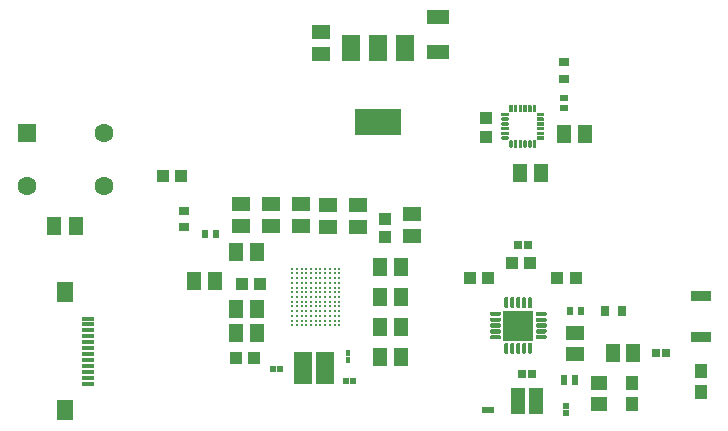
<source format=gbr>
%TF.GenerationSoftware,KiCad,Pcbnew,(5.1.6-0)*%
%TF.CreationDate,2020-10-11T20:53:06-05:00*%
%TF.ProjectId,BatBot,42617442-6f74-42e6-9b69-6361645f7063,rev?*%
%TF.SameCoordinates,Original*%
%TF.FileFunction,Soldermask,Top*%
%TF.FilePolarity,Negative*%
%FSLAX46Y46*%
G04 Gerber Fmt 4.6, Leading zero omitted, Abs format (unit mm)*
G04 Created by KiCad (PCBNEW (5.1.6-0)) date 2020-10-11 20:53:06*
%MOMM*%
%LPD*%
G01*
G04 APERTURE LIST*
%ADD10C,0.320000*%
%ADD11R,1.600000X2.800000*%
%ADD12R,0.480000X0.500000*%
%ADD13R,1.250000X2.300000*%
%ADD14C,1.598000*%
%ADD15R,1.598000X1.598000*%
%ADD16R,0.660000X0.700000*%
%ADD17R,0.700000X0.590000*%
%ADD18R,1.040000X1.120000*%
%ADD19R,0.590000X0.700000*%
%ADD20R,1.300000X1.570000*%
%ADD21R,0.550000X0.830000*%
%ADD22R,1.570000X1.300000*%
%ADD23R,1.180000X1.520000*%
%ADD24R,1.080000X1.020000*%
%ADD25R,1.100000X1.200000*%
%ADD26R,0.640000X0.700000*%
%ADD27R,0.500000X0.480000*%
%ADD28R,1.480000X1.200000*%
%ADD29R,0.690000X0.730000*%
%ADD30R,1.020000X1.080000*%
%ADD31R,1.100000X1.120000*%
%ADD32R,1.290000X1.570000*%
%ADD33R,1.520000X1.180000*%
%ADD34R,1.570000X1.290000*%
%ADD35R,1.920000X1.300000*%
%ADD36R,1.700000X0.900000*%
%ADD37R,3.900000X2.300000*%
%ADD38R,1.600000X2.300000*%
%ADD39R,2.600000X2.600000*%
%ADD40R,0.430200X0.506400*%
%ADD41R,1.100001X0.399999*%
%ADD42R,1.400000X1.749999*%
%ADD43R,0.900000X0.700000*%
%ADD44R,0.700000X0.900000*%
G04 APERTURE END LIST*
D10*
%TO.C,U1*%
X124428000Y-107810000D03*
X124028000Y-107810000D03*
X123628000Y-107810000D03*
X123228000Y-107810000D03*
X122828000Y-107810000D03*
X122428000Y-107810000D03*
X122028000Y-107810000D03*
X121628000Y-107810000D03*
X121228000Y-107810000D03*
X120828000Y-107810000D03*
X120428000Y-107810000D03*
X124428000Y-107410000D03*
X124028000Y-107410000D03*
X123628000Y-107410000D03*
X123228000Y-107410000D03*
X122828000Y-107410000D03*
X122428000Y-107410000D03*
X122028000Y-107410000D03*
X121628000Y-107410000D03*
X121228000Y-107410000D03*
X120828000Y-107410000D03*
X120428000Y-107410000D03*
X124428000Y-107010000D03*
X124028000Y-107010000D03*
X123628000Y-107010000D03*
X123228000Y-107010000D03*
X122828000Y-107010000D03*
X122428000Y-107010000D03*
X122028000Y-107010000D03*
X121628000Y-107010000D03*
X121228000Y-107010000D03*
X120828000Y-107010000D03*
X120428000Y-107010000D03*
X124428000Y-106610000D03*
X124028000Y-106610000D03*
X123628000Y-106610000D03*
X123228000Y-106610000D03*
X122828000Y-106610000D03*
X122428000Y-106610000D03*
X122028000Y-106610000D03*
X121628000Y-106610000D03*
X121228000Y-106610000D03*
X120828000Y-106610000D03*
X120428000Y-106610000D03*
X124428000Y-106210000D03*
X124028000Y-106210000D03*
X123628000Y-106210000D03*
X123228000Y-106210000D03*
X122828000Y-106210000D03*
X122428000Y-106210000D03*
X122028000Y-106210000D03*
X121628000Y-106210000D03*
X121228000Y-106210000D03*
X120828000Y-106210000D03*
X120428000Y-106210000D03*
X124428000Y-105810000D03*
X124028000Y-105810000D03*
X123628000Y-105810000D03*
X123228000Y-105810000D03*
X122828000Y-105810000D03*
X122428000Y-105810000D03*
X122028000Y-105810000D03*
X121628000Y-105810000D03*
X121228000Y-105810000D03*
X120828000Y-105810000D03*
X120428000Y-105810000D03*
X124428000Y-105410000D03*
X124028000Y-105410000D03*
X123628000Y-105410000D03*
X123228000Y-105410000D03*
X122828000Y-105410000D03*
X122428000Y-105410000D03*
X122028000Y-105410000D03*
X121628000Y-105410000D03*
X121228000Y-105410000D03*
X120828000Y-105410000D03*
X120428000Y-105410000D03*
X124428000Y-105010000D03*
X124028000Y-105010000D03*
X123628000Y-105010000D03*
X123228000Y-105010000D03*
X122828000Y-105010000D03*
X122428000Y-105010000D03*
X122028000Y-105010000D03*
X121628000Y-105010000D03*
X121228000Y-105010000D03*
X120828000Y-105010000D03*
X120428000Y-105010000D03*
X124428000Y-104610000D03*
X124028000Y-104610000D03*
X123628000Y-104610000D03*
X123228000Y-104610000D03*
X122828000Y-104610000D03*
X122428000Y-104610000D03*
X122028000Y-104610000D03*
X121628000Y-104610000D03*
X121228000Y-104610000D03*
X120828000Y-104610000D03*
X120428000Y-104610000D03*
X124428000Y-104210000D03*
X124028000Y-104210000D03*
X123628000Y-104210000D03*
X123228000Y-104210000D03*
X122828000Y-104210000D03*
X122428000Y-104210000D03*
X122028000Y-104210000D03*
X121628000Y-104210000D03*
X121228000Y-104210000D03*
X120828000Y-104210000D03*
X120428000Y-104210000D03*
X124428000Y-103810000D03*
X124028000Y-103810000D03*
X123628000Y-103810000D03*
X123228000Y-103810000D03*
X122828000Y-103810000D03*
X122428000Y-103810000D03*
X122028000Y-103810000D03*
X121628000Y-103810000D03*
X121228000Y-103810000D03*
X120828000Y-103810000D03*
X120428000Y-103810000D03*
X124428000Y-103410000D03*
X124028000Y-103410000D03*
X123628000Y-103410000D03*
X123228000Y-103410000D03*
X122828000Y-103410000D03*
X122428000Y-103410000D03*
X122028000Y-103410000D03*
X121628000Y-103410000D03*
X121228000Y-103410000D03*
X120828000Y-103410000D03*
X120428000Y-103410000D03*
X124428000Y-103010000D03*
X124028000Y-103010000D03*
X123628000Y-103010000D03*
X123228000Y-103010000D03*
X122828000Y-103010000D03*
X122428000Y-103010000D03*
X122028000Y-103010000D03*
X121628000Y-103010000D03*
X121228000Y-103010000D03*
X120828000Y-103010000D03*
X120428000Y-103010000D03*
%TD*%
D11*
%TO.C,X1*%
X121327001Y-111397001D03*
X123227001Y-111397001D03*
%TD*%
D12*
%TO.C,C21*%
X119380000Y-111506000D03*
X118818000Y-111506000D03*
%TD*%
%TO.C,C22*%
X125004500Y-112522000D03*
X125566500Y-112522000D03*
%TD*%
D13*
%TO.C,X2*%
X139560000Y-114173000D03*
X141110000Y-114173000D03*
%TD*%
D14*
%TO.C,S1*%
X104469000Y-96039500D03*
X97969000Y-96039500D03*
X104469000Y-91539500D03*
D15*
X97969000Y-91539500D03*
%TD*%
D16*
%TO.C,R7*%
X139900000Y-111887000D03*
X140770000Y-111887000D03*
%TD*%
D17*
%TO.C,R6*%
X143446500Y-88519000D03*
X143446500Y-89429000D03*
%TD*%
D18*
%TO.C,R5*%
X142847000Y-103759000D03*
X144427000Y-103759000D03*
%TD*%
D19*
%TO.C,R4*%
X143944000Y-106553000D03*
X144854000Y-106553000D03*
%TD*%
D18*
%TO.C,R2*%
X111054000Y-95186500D03*
X109474000Y-95186500D03*
%TD*%
D19*
%TO.C,R1*%
X113993000Y-100076000D03*
X113083000Y-100076000D03*
%TD*%
D20*
%TO.C,L3*%
X149323000Y-110109000D03*
X147603000Y-110109000D03*
%TD*%
D21*
%TO.C,L2*%
X144366000Y-112395000D03*
X143416000Y-112395000D03*
%TD*%
D22*
%TO.C,L1*%
X144399000Y-110207000D03*
X144399000Y-108487000D03*
%TD*%
D23*
%TO.C,C34*%
X141547500Y-94869000D03*
X139757500Y-94869000D03*
%TD*%
%TO.C,C33*%
X143446500Y-91567000D03*
X145236500Y-91567000D03*
%TD*%
D24*
%TO.C,C32*%
X136842500Y-90284000D03*
X136842500Y-91834000D03*
%TD*%
D25*
%TO.C,C31*%
X155067000Y-111711000D03*
X155067000Y-113411000D03*
%TD*%
D26*
%TO.C,C30*%
X151257000Y-110109000D03*
X152117000Y-110109000D03*
%TD*%
D12*
%TO.C,C29*%
X136752000Y-114935000D03*
X137314000Y-114935000D03*
%TD*%
D27*
%TO.C,C28*%
X143637000Y-114627000D03*
X143637000Y-115189000D03*
%TD*%
D28*
%TO.C,C27*%
X146431000Y-112701000D03*
X146431000Y-114427000D03*
%TD*%
D25*
%TO.C,C26*%
X149225000Y-112727000D03*
X149225000Y-114427000D03*
%TD*%
D29*
%TO.C,C25*%
X140413000Y-100965000D03*
X139573000Y-100965000D03*
%TD*%
D30*
%TO.C,C24*%
X140602000Y-102489000D03*
X139052000Y-102489000D03*
%TD*%
%TO.C,C23*%
X137046000Y-103759000D03*
X135496000Y-103759000D03*
%TD*%
D31*
%TO.C,C20*%
X117729000Y-104267000D03*
X116211000Y-104267000D03*
%TD*%
%TO.C,C19*%
X117221000Y-110553500D03*
X115703000Y-110553500D03*
%TD*%
D32*
%TO.C,C18*%
X102129000Y-99377500D03*
X100309000Y-99377500D03*
%TD*%
D33*
%TO.C,C17*%
X130556000Y-98419000D03*
X130556000Y-100209000D03*
%TD*%
D24*
%TO.C,C16*%
X128270000Y-98793000D03*
X128270000Y-100343000D03*
%TD*%
D32*
%TO.C,C15*%
X129688000Y-110490000D03*
X127868000Y-110490000D03*
%TD*%
%TO.C,C14*%
X129688000Y-107950000D03*
X127868000Y-107950000D03*
%TD*%
%TO.C,C13*%
X129688000Y-105410000D03*
X127868000Y-105410000D03*
%TD*%
%TO.C,C12*%
X129688000Y-102870000D03*
X127868000Y-102870000D03*
%TD*%
%TO.C,C11*%
X115676000Y-108458000D03*
X117496000Y-108458000D03*
%TD*%
%TO.C,C10*%
X115676000Y-106426000D03*
X117496000Y-106426000D03*
%TD*%
%TO.C,C9*%
X112099000Y-104013000D03*
X113919000Y-104013000D03*
%TD*%
%TO.C,C8*%
X115676000Y-101600000D03*
X117496000Y-101600000D03*
%TD*%
D34*
%TO.C,C7*%
X125984000Y-97642000D03*
X125984000Y-99462000D03*
%TD*%
%TO.C,C6*%
X123444000Y-97642000D03*
X123444000Y-99462000D03*
%TD*%
%TO.C,C5*%
X121158000Y-97536000D03*
X121158000Y-99356000D03*
%TD*%
%TO.C,C4*%
X118618000Y-97536000D03*
X118618000Y-99356000D03*
%TD*%
%TO.C,C3*%
X116078000Y-97536000D03*
X116078000Y-99356000D03*
%TD*%
D35*
%TO.C,C2*%
X132778500Y-84645500D03*
X132778500Y-81725500D03*
%TD*%
D34*
%TO.C,C1*%
X122872500Y-82973500D03*
X122872500Y-84793500D03*
%TD*%
D36*
%TO.C,ANT1*%
X155067000Y-105361000D03*
X155067000Y-108761000D03*
%TD*%
D37*
%TO.C,U4*%
X127698500Y-90589500D03*
D38*
X129998500Y-84289500D03*
X127698500Y-84289500D03*
X125398500Y-84289500D03*
%TD*%
%TO.C,U3*%
G36*
G01*
X139030501Y-89775001D02*
X138880501Y-89775001D01*
G75*
G02*
X138805501Y-89700001I0J75000D01*
G01*
X138805501Y-89200001D01*
G75*
G02*
X138880501Y-89125001I75000J0D01*
G01*
X139030501Y-89125001D01*
G75*
G02*
X139105501Y-89200001I0J-75000D01*
G01*
X139105501Y-89700001D01*
G75*
G02*
X139030501Y-89775001I-75000J0D01*
G01*
G37*
G36*
G01*
X139430501Y-89775001D02*
X139280501Y-89775001D01*
G75*
G02*
X139205501Y-89700001I0J75000D01*
G01*
X139205501Y-89200001D01*
G75*
G02*
X139280501Y-89125001I75000J0D01*
G01*
X139430501Y-89125001D01*
G75*
G02*
X139505501Y-89200001I0J-75000D01*
G01*
X139505501Y-89700001D01*
G75*
G02*
X139430501Y-89775001I-75000J0D01*
G01*
G37*
G36*
G01*
X139830501Y-89775001D02*
X139680501Y-89775001D01*
G75*
G02*
X139605501Y-89700001I0J75000D01*
G01*
X139605501Y-89200001D01*
G75*
G02*
X139680501Y-89125001I75000J0D01*
G01*
X139830501Y-89125001D01*
G75*
G02*
X139905501Y-89200001I0J-75000D01*
G01*
X139905501Y-89700001D01*
G75*
G02*
X139830501Y-89775001I-75000J0D01*
G01*
G37*
G36*
G01*
X140230501Y-89775001D02*
X140080501Y-89775001D01*
G75*
G02*
X140005501Y-89700001I0J75000D01*
G01*
X140005501Y-89200001D01*
G75*
G02*
X140080501Y-89125001I75000J0D01*
G01*
X140230501Y-89125001D01*
G75*
G02*
X140305501Y-89200001I0J-75000D01*
G01*
X140305501Y-89700001D01*
G75*
G02*
X140230501Y-89775001I-75000J0D01*
G01*
G37*
G36*
G01*
X140630501Y-89775001D02*
X140480501Y-89775001D01*
G75*
G02*
X140405501Y-89700001I0J75000D01*
G01*
X140405501Y-89200001D01*
G75*
G02*
X140480501Y-89125001I75000J0D01*
G01*
X140630501Y-89125001D01*
G75*
G02*
X140705501Y-89200001I0J-75000D01*
G01*
X140705501Y-89700001D01*
G75*
G02*
X140630501Y-89775001I-75000J0D01*
G01*
G37*
G36*
G01*
X141030501Y-89775001D02*
X140880501Y-89775001D01*
G75*
G02*
X140805501Y-89700001I0J75000D01*
G01*
X140805501Y-89200001D01*
G75*
G02*
X140880501Y-89125001I75000J0D01*
G01*
X141030501Y-89125001D01*
G75*
G02*
X141105501Y-89200001I0J-75000D01*
G01*
X141105501Y-89700001D01*
G75*
G02*
X141030501Y-89775001I-75000J0D01*
G01*
G37*
G36*
G01*
X141130501Y-90025001D02*
X141130501Y-89875001D01*
G75*
G02*
X141205501Y-89800001I75000J0D01*
G01*
X141705501Y-89800001D01*
G75*
G02*
X141780501Y-89875001I0J-75000D01*
G01*
X141780501Y-90025001D01*
G75*
G02*
X141705501Y-90100001I-75000J0D01*
G01*
X141205501Y-90100001D01*
G75*
G02*
X141130501Y-90025001I0J75000D01*
G01*
G37*
G36*
G01*
X141130501Y-90425001D02*
X141130501Y-90275001D01*
G75*
G02*
X141205501Y-90200001I75000J0D01*
G01*
X141705501Y-90200001D01*
G75*
G02*
X141780501Y-90275001I0J-75000D01*
G01*
X141780501Y-90425001D01*
G75*
G02*
X141705501Y-90500001I-75000J0D01*
G01*
X141205501Y-90500001D01*
G75*
G02*
X141130501Y-90425001I0J75000D01*
G01*
G37*
G36*
G01*
X141130501Y-90825001D02*
X141130501Y-90675001D01*
G75*
G02*
X141205501Y-90600001I75000J0D01*
G01*
X141705501Y-90600001D01*
G75*
G02*
X141780501Y-90675001I0J-75000D01*
G01*
X141780501Y-90825001D01*
G75*
G02*
X141705501Y-90900001I-75000J0D01*
G01*
X141205501Y-90900001D01*
G75*
G02*
X141130501Y-90825001I0J75000D01*
G01*
G37*
G36*
G01*
X141130501Y-91225001D02*
X141130501Y-91075001D01*
G75*
G02*
X141205501Y-91000001I75000J0D01*
G01*
X141705501Y-91000001D01*
G75*
G02*
X141780501Y-91075001I0J-75000D01*
G01*
X141780501Y-91225001D01*
G75*
G02*
X141705501Y-91300001I-75000J0D01*
G01*
X141205501Y-91300001D01*
G75*
G02*
X141130501Y-91225001I0J75000D01*
G01*
G37*
G36*
G01*
X141130501Y-91625001D02*
X141130501Y-91475001D01*
G75*
G02*
X141205501Y-91400001I75000J0D01*
G01*
X141705501Y-91400001D01*
G75*
G02*
X141780501Y-91475001I0J-75000D01*
G01*
X141780501Y-91625001D01*
G75*
G02*
X141705501Y-91700001I-75000J0D01*
G01*
X141205501Y-91700001D01*
G75*
G02*
X141130501Y-91625001I0J75000D01*
G01*
G37*
G36*
G01*
X141130501Y-92025001D02*
X141130501Y-91875001D01*
G75*
G02*
X141205501Y-91800001I75000J0D01*
G01*
X141705501Y-91800001D01*
G75*
G02*
X141780501Y-91875001I0J-75000D01*
G01*
X141780501Y-92025001D01*
G75*
G02*
X141705501Y-92100001I-75000J0D01*
G01*
X141205501Y-92100001D01*
G75*
G02*
X141130501Y-92025001I0J75000D01*
G01*
G37*
G36*
G01*
X141030501Y-92775001D02*
X140880501Y-92775001D01*
G75*
G02*
X140805501Y-92700001I0J75000D01*
G01*
X140805501Y-92200001D01*
G75*
G02*
X140880501Y-92125001I75000J0D01*
G01*
X141030501Y-92125001D01*
G75*
G02*
X141105501Y-92200001I0J-75000D01*
G01*
X141105501Y-92700001D01*
G75*
G02*
X141030501Y-92775001I-75000J0D01*
G01*
G37*
G36*
G01*
X140630501Y-92775001D02*
X140480501Y-92775001D01*
G75*
G02*
X140405501Y-92700001I0J75000D01*
G01*
X140405501Y-92200001D01*
G75*
G02*
X140480501Y-92125001I75000J0D01*
G01*
X140630501Y-92125001D01*
G75*
G02*
X140705501Y-92200001I0J-75000D01*
G01*
X140705501Y-92700001D01*
G75*
G02*
X140630501Y-92775001I-75000J0D01*
G01*
G37*
G36*
G01*
X140230501Y-92775001D02*
X140080501Y-92775001D01*
G75*
G02*
X140005501Y-92700001I0J75000D01*
G01*
X140005501Y-92200001D01*
G75*
G02*
X140080501Y-92125001I75000J0D01*
G01*
X140230501Y-92125001D01*
G75*
G02*
X140305501Y-92200001I0J-75000D01*
G01*
X140305501Y-92700001D01*
G75*
G02*
X140230501Y-92775001I-75000J0D01*
G01*
G37*
G36*
G01*
X139830501Y-92775001D02*
X139680501Y-92775001D01*
G75*
G02*
X139605501Y-92700001I0J75000D01*
G01*
X139605501Y-92200001D01*
G75*
G02*
X139680501Y-92125001I75000J0D01*
G01*
X139830501Y-92125001D01*
G75*
G02*
X139905501Y-92200001I0J-75000D01*
G01*
X139905501Y-92700001D01*
G75*
G02*
X139830501Y-92775001I-75000J0D01*
G01*
G37*
G36*
G01*
X139430501Y-92775001D02*
X139280501Y-92775001D01*
G75*
G02*
X139205501Y-92700001I0J75000D01*
G01*
X139205501Y-92200001D01*
G75*
G02*
X139280501Y-92125001I75000J0D01*
G01*
X139430501Y-92125001D01*
G75*
G02*
X139505501Y-92200001I0J-75000D01*
G01*
X139505501Y-92700001D01*
G75*
G02*
X139430501Y-92775001I-75000J0D01*
G01*
G37*
G36*
G01*
X139030501Y-92775001D02*
X138880501Y-92775001D01*
G75*
G02*
X138805501Y-92700001I0J75000D01*
G01*
X138805501Y-92200001D01*
G75*
G02*
X138880501Y-92125001I75000J0D01*
G01*
X139030501Y-92125001D01*
G75*
G02*
X139105501Y-92200001I0J-75000D01*
G01*
X139105501Y-92700001D01*
G75*
G02*
X139030501Y-92775001I-75000J0D01*
G01*
G37*
G36*
G01*
X138130501Y-92025001D02*
X138130501Y-91875001D01*
G75*
G02*
X138205501Y-91800001I75000J0D01*
G01*
X138705501Y-91800001D01*
G75*
G02*
X138780501Y-91875001I0J-75000D01*
G01*
X138780501Y-92025001D01*
G75*
G02*
X138705501Y-92100001I-75000J0D01*
G01*
X138205501Y-92100001D01*
G75*
G02*
X138130501Y-92025001I0J75000D01*
G01*
G37*
G36*
G01*
X138130501Y-91625001D02*
X138130501Y-91475001D01*
G75*
G02*
X138205501Y-91400001I75000J0D01*
G01*
X138705501Y-91400001D01*
G75*
G02*
X138780501Y-91475001I0J-75000D01*
G01*
X138780501Y-91625001D01*
G75*
G02*
X138705501Y-91700001I-75000J0D01*
G01*
X138205501Y-91700001D01*
G75*
G02*
X138130501Y-91625001I0J75000D01*
G01*
G37*
G36*
G01*
X138130501Y-91225001D02*
X138130501Y-91075001D01*
G75*
G02*
X138205501Y-91000001I75000J0D01*
G01*
X138705501Y-91000001D01*
G75*
G02*
X138780501Y-91075001I0J-75000D01*
G01*
X138780501Y-91225001D01*
G75*
G02*
X138705501Y-91300001I-75000J0D01*
G01*
X138205501Y-91300001D01*
G75*
G02*
X138130501Y-91225001I0J75000D01*
G01*
G37*
G36*
G01*
X138130501Y-90825001D02*
X138130501Y-90675001D01*
G75*
G02*
X138205501Y-90600001I75000J0D01*
G01*
X138705501Y-90600001D01*
G75*
G02*
X138780501Y-90675001I0J-75000D01*
G01*
X138780501Y-90825001D01*
G75*
G02*
X138705501Y-90900001I-75000J0D01*
G01*
X138205501Y-90900001D01*
G75*
G02*
X138130501Y-90825001I0J75000D01*
G01*
G37*
G36*
G01*
X138130501Y-90425001D02*
X138130501Y-90275001D01*
G75*
G02*
X138205501Y-90200001I75000J0D01*
G01*
X138705501Y-90200001D01*
G75*
G02*
X138780501Y-90275001I0J-75000D01*
G01*
X138780501Y-90425001D01*
G75*
G02*
X138705501Y-90500001I-75000J0D01*
G01*
X138205501Y-90500001D01*
G75*
G02*
X138130501Y-90425001I0J75000D01*
G01*
G37*
G36*
G01*
X138130501Y-90025001D02*
X138130501Y-89875001D01*
G75*
G02*
X138205501Y-89800001I75000J0D01*
G01*
X138705501Y-89800001D01*
G75*
G02*
X138780501Y-89875001I0J-75000D01*
G01*
X138780501Y-90025001D01*
G75*
G02*
X138705501Y-90100001I-75000J0D01*
G01*
X138205501Y-90100001D01*
G75*
G02*
X138130501Y-90025001I0J75000D01*
G01*
G37*
%TD*%
D39*
%TO.C,U2*%
X139573000Y-107823000D03*
G36*
G01*
X138398000Y-106260500D02*
X138398000Y-105510500D01*
G75*
G02*
X138485500Y-105423000I87500J0D01*
G01*
X138660500Y-105423000D01*
G75*
G02*
X138748000Y-105510500I0J-87500D01*
G01*
X138748000Y-106260500D01*
G75*
G02*
X138660500Y-106348000I-87500J0D01*
G01*
X138485500Y-106348000D01*
G75*
G02*
X138398000Y-106260500I0J87500D01*
G01*
G37*
G36*
G01*
X138898000Y-106260500D02*
X138898000Y-105510500D01*
G75*
G02*
X138985500Y-105423000I87500J0D01*
G01*
X139160500Y-105423000D01*
G75*
G02*
X139248000Y-105510500I0J-87500D01*
G01*
X139248000Y-106260500D01*
G75*
G02*
X139160500Y-106348000I-87500J0D01*
G01*
X138985500Y-106348000D01*
G75*
G02*
X138898000Y-106260500I0J87500D01*
G01*
G37*
G36*
G01*
X139398000Y-106260500D02*
X139398000Y-105510500D01*
G75*
G02*
X139485500Y-105423000I87500J0D01*
G01*
X139660500Y-105423000D01*
G75*
G02*
X139748000Y-105510500I0J-87500D01*
G01*
X139748000Y-106260500D01*
G75*
G02*
X139660500Y-106348000I-87500J0D01*
G01*
X139485500Y-106348000D01*
G75*
G02*
X139398000Y-106260500I0J87500D01*
G01*
G37*
G36*
G01*
X139898000Y-106260500D02*
X139898000Y-105510500D01*
G75*
G02*
X139985500Y-105423000I87500J0D01*
G01*
X140160500Y-105423000D01*
G75*
G02*
X140248000Y-105510500I0J-87500D01*
G01*
X140248000Y-106260500D01*
G75*
G02*
X140160500Y-106348000I-87500J0D01*
G01*
X139985500Y-106348000D01*
G75*
G02*
X139898000Y-106260500I0J87500D01*
G01*
G37*
G36*
G01*
X140398000Y-106260500D02*
X140398000Y-105510500D01*
G75*
G02*
X140485500Y-105423000I87500J0D01*
G01*
X140660500Y-105423000D01*
G75*
G02*
X140748000Y-105510500I0J-87500D01*
G01*
X140748000Y-106260500D01*
G75*
G02*
X140660500Y-106348000I-87500J0D01*
G01*
X140485500Y-106348000D01*
G75*
G02*
X140398000Y-106260500I0J87500D01*
G01*
G37*
G36*
G01*
X141048000Y-106910500D02*
X141048000Y-106735500D01*
G75*
G02*
X141135500Y-106648000I87500J0D01*
G01*
X141885500Y-106648000D01*
G75*
G02*
X141973000Y-106735500I0J-87500D01*
G01*
X141973000Y-106910500D01*
G75*
G02*
X141885500Y-106998000I-87500J0D01*
G01*
X141135500Y-106998000D01*
G75*
G02*
X141048000Y-106910500I0J87500D01*
G01*
G37*
G36*
G01*
X141048000Y-107410500D02*
X141048000Y-107235500D01*
G75*
G02*
X141135500Y-107148000I87500J0D01*
G01*
X141885500Y-107148000D01*
G75*
G02*
X141973000Y-107235500I0J-87500D01*
G01*
X141973000Y-107410500D01*
G75*
G02*
X141885500Y-107498000I-87500J0D01*
G01*
X141135500Y-107498000D01*
G75*
G02*
X141048000Y-107410500I0J87500D01*
G01*
G37*
G36*
G01*
X141048000Y-107910500D02*
X141048000Y-107735500D01*
G75*
G02*
X141135500Y-107648000I87500J0D01*
G01*
X141885500Y-107648000D01*
G75*
G02*
X141973000Y-107735500I0J-87500D01*
G01*
X141973000Y-107910500D01*
G75*
G02*
X141885500Y-107998000I-87500J0D01*
G01*
X141135500Y-107998000D01*
G75*
G02*
X141048000Y-107910500I0J87500D01*
G01*
G37*
G36*
G01*
X141048000Y-108410500D02*
X141048000Y-108235500D01*
G75*
G02*
X141135500Y-108148000I87500J0D01*
G01*
X141885500Y-108148000D01*
G75*
G02*
X141973000Y-108235500I0J-87500D01*
G01*
X141973000Y-108410500D01*
G75*
G02*
X141885500Y-108498000I-87500J0D01*
G01*
X141135500Y-108498000D01*
G75*
G02*
X141048000Y-108410500I0J87500D01*
G01*
G37*
G36*
G01*
X141048000Y-108910500D02*
X141048000Y-108735500D01*
G75*
G02*
X141135500Y-108648000I87500J0D01*
G01*
X141885500Y-108648000D01*
G75*
G02*
X141973000Y-108735500I0J-87500D01*
G01*
X141973000Y-108910500D01*
G75*
G02*
X141885500Y-108998000I-87500J0D01*
G01*
X141135500Y-108998000D01*
G75*
G02*
X141048000Y-108910500I0J87500D01*
G01*
G37*
G36*
G01*
X140398000Y-110135500D02*
X140398000Y-109385500D01*
G75*
G02*
X140485500Y-109298000I87500J0D01*
G01*
X140660500Y-109298000D01*
G75*
G02*
X140748000Y-109385500I0J-87500D01*
G01*
X140748000Y-110135500D01*
G75*
G02*
X140660500Y-110223000I-87500J0D01*
G01*
X140485500Y-110223000D01*
G75*
G02*
X140398000Y-110135500I0J87500D01*
G01*
G37*
G36*
G01*
X139898000Y-110135500D02*
X139898000Y-109385500D01*
G75*
G02*
X139985500Y-109298000I87500J0D01*
G01*
X140160500Y-109298000D01*
G75*
G02*
X140248000Y-109385500I0J-87500D01*
G01*
X140248000Y-110135500D01*
G75*
G02*
X140160500Y-110223000I-87500J0D01*
G01*
X139985500Y-110223000D01*
G75*
G02*
X139898000Y-110135500I0J87500D01*
G01*
G37*
G36*
G01*
X139398000Y-110135500D02*
X139398000Y-109385500D01*
G75*
G02*
X139485500Y-109298000I87500J0D01*
G01*
X139660500Y-109298000D01*
G75*
G02*
X139748000Y-109385500I0J-87500D01*
G01*
X139748000Y-110135500D01*
G75*
G02*
X139660500Y-110223000I-87500J0D01*
G01*
X139485500Y-110223000D01*
G75*
G02*
X139398000Y-110135500I0J87500D01*
G01*
G37*
G36*
G01*
X138898000Y-110135500D02*
X138898000Y-109385500D01*
G75*
G02*
X138985500Y-109298000I87500J0D01*
G01*
X139160500Y-109298000D01*
G75*
G02*
X139248000Y-109385500I0J-87500D01*
G01*
X139248000Y-110135500D01*
G75*
G02*
X139160500Y-110223000I-87500J0D01*
G01*
X138985500Y-110223000D01*
G75*
G02*
X138898000Y-110135500I0J87500D01*
G01*
G37*
G36*
G01*
X138398000Y-110135500D02*
X138398000Y-109385500D01*
G75*
G02*
X138485500Y-109298000I87500J0D01*
G01*
X138660500Y-109298000D01*
G75*
G02*
X138748000Y-109385500I0J-87500D01*
G01*
X138748000Y-110135500D01*
G75*
G02*
X138660500Y-110223000I-87500J0D01*
G01*
X138485500Y-110223000D01*
G75*
G02*
X138398000Y-110135500I0J87500D01*
G01*
G37*
G36*
G01*
X137173000Y-108910500D02*
X137173000Y-108735500D01*
G75*
G02*
X137260500Y-108648000I87500J0D01*
G01*
X138010500Y-108648000D01*
G75*
G02*
X138098000Y-108735500I0J-87500D01*
G01*
X138098000Y-108910500D01*
G75*
G02*
X138010500Y-108998000I-87500J0D01*
G01*
X137260500Y-108998000D01*
G75*
G02*
X137173000Y-108910500I0J87500D01*
G01*
G37*
G36*
G01*
X137173000Y-108410500D02*
X137173000Y-108235500D01*
G75*
G02*
X137260500Y-108148000I87500J0D01*
G01*
X138010500Y-108148000D01*
G75*
G02*
X138098000Y-108235500I0J-87500D01*
G01*
X138098000Y-108410500D01*
G75*
G02*
X138010500Y-108498000I-87500J0D01*
G01*
X137260500Y-108498000D01*
G75*
G02*
X137173000Y-108410500I0J87500D01*
G01*
G37*
G36*
G01*
X137173000Y-107910500D02*
X137173000Y-107735500D01*
G75*
G02*
X137260500Y-107648000I87500J0D01*
G01*
X138010500Y-107648000D01*
G75*
G02*
X138098000Y-107735500I0J-87500D01*
G01*
X138098000Y-107910500D01*
G75*
G02*
X138010500Y-107998000I-87500J0D01*
G01*
X137260500Y-107998000D01*
G75*
G02*
X137173000Y-107910500I0J87500D01*
G01*
G37*
G36*
G01*
X137173000Y-107410500D02*
X137173000Y-107235500D01*
G75*
G02*
X137260500Y-107148000I87500J0D01*
G01*
X138010500Y-107148000D01*
G75*
G02*
X138098000Y-107235500I0J-87500D01*
G01*
X138098000Y-107410500D01*
G75*
G02*
X138010500Y-107498000I-87500J0D01*
G01*
X137260500Y-107498000D01*
G75*
G02*
X137173000Y-107410500I0J87500D01*
G01*
G37*
G36*
G01*
X137173000Y-106910500D02*
X137173000Y-106735500D01*
G75*
G02*
X137260500Y-106648000I87500J0D01*
G01*
X138010500Y-106648000D01*
G75*
G02*
X138098000Y-106735500I0J-87500D01*
G01*
X138098000Y-106910500D01*
G75*
G02*
X138010500Y-106998000I-87500J0D01*
G01*
X137260500Y-106998000D01*
G75*
G02*
X137173000Y-106910500I0J87500D01*
G01*
G37*
%TD*%
D40*
%TO.C,R3*%
X125158500Y-110109000D03*
X125158500Y-110744000D03*
%TD*%
D41*
%TO.C,J1*%
X103134201Y-112731997D03*
X103134201Y-112231998D03*
X103134201Y-111231998D03*
X103134201Y-111731996D03*
X103134201Y-107231995D03*
X103134201Y-107731997D03*
X103134201Y-108731997D03*
X103134201Y-108231996D03*
D42*
X101234202Y-115006999D03*
X101234202Y-104956996D03*
D41*
X103134201Y-109231996D03*
X103134201Y-109731998D03*
X103134201Y-110731999D03*
X103134201Y-110231997D03*
%TD*%
D43*
%TO.C,D3*%
X143446500Y-86933000D03*
X143446500Y-85533000D03*
%TD*%
D44*
%TO.C,D2*%
X146939000Y-106553000D03*
X148339000Y-106553000D03*
%TD*%
D43*
%TO.C,D1*%
X111252000Y-99506000D03*
X111252000Y-98106000D03*
%TD*%
M02*

</source>
